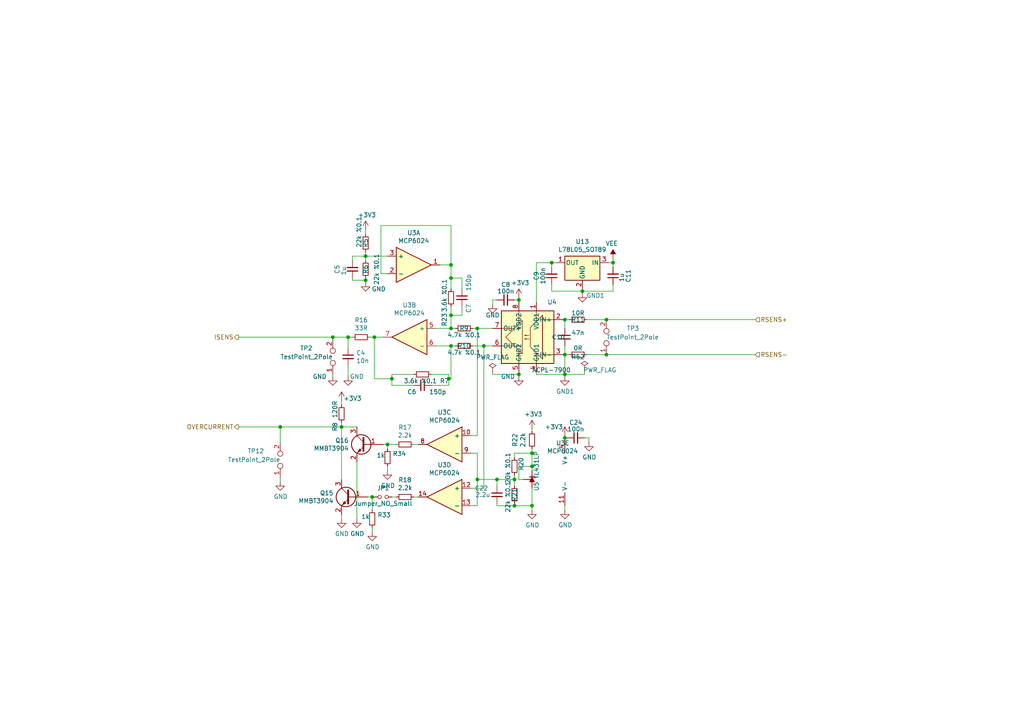
<source format=kicad_sch>
(kicad_sch (version 20200506) (host eeschema "5.99.0-unknown-1f9723c~101~ubuntu18.04.1")
  (page "A4")
  (lib_symbols
    (symbol "Connector:TestPoint_2Pole" (pin_names (offset 0.762) hide)
      (property "Reference" "TP" (at 0 1.524 0))
      (property "Value" "TestPoint_2Pole" (at 0 -1.778 0))
      (symbol "TestPoint_2Pole_0_1"
        (circle (center -1.778 0) (radius 0.762))
        (circle (center 1.778 0) (radius 0.762))
        (pin passive line (at -5.08 0 0) (length 2.54) (name "1") (number "1"))
        (pin passive line (at 5.08 0 180) (length 2.54) (name "2") (number "2"))
      )
    )
    (symbol "Device:C_Small" (pin_numbers hide) (pin_names (offset 0.254) hide)
      (property "Reference" "C" (at 0.254 1.778 0))
      (property "Value" "C_Small" (at 0.254 -2.032 0))
      (symbol "C_Small_0_1"
        (polyline (pts (xy -1.524 -0.508) (xy 1.524 -0.508)) (stroke (width 0.3302)))
        (polyline (pts (xy -1.524 0.508) (xy 1.524 0.508)) (stroke (width 0.3048)))
      )
      (symbol "C_Small_1_1"
        (pin passive line (at 0 2.54 270) (length 2.032) (name "~") (number "1"))
        (pin passive line (at 0 -2.54 90) (length 2.032) (name "~") (number "2"))
      )
    )
    (symbol "Device:C_Small_1" (pin_numbers hide) (pin_names (offset 0.254) hide)
      (property "Reference" "C" (at 0.254 1.778 0))
      (property "Value" "C_Small" (at 0.254 -2.032 0))
      (symbol "C_Small_1_0_1"
        (polyline (pts (xy -1.524 -0.508) (xy 1.524 -0.508)) (stroke (width 0.3302)))
        (polyline (pts (xy -1.524 0.508) (xy 1.524 0.508)) (stroke (width 0.3048)))
      )
      (symbol "C_Small_1_1_1"
        (pin passive line (at 0 2.54 270) (length 2.032) (name "~") (number "1"))
        (pin passive line (at 0 -2.54 90) (length 2.032) (name "~") (number "2"))
      )
    )
    (symbol "Device:C_Small_2" (pin_numbers hide) (pin_names (offset 0.254) hide)
      (property "Reference" "C" (at 0.254 1.778 0))
      (property "Value" "C_Small" (at 0.254 -2.032 0))
      (symbol "C_Small_2_0_1"
        (polyline (pts (xy -1.524 -0.508) (xy 1.524 -0.508)) (stroke (width 0.3302)))
        (polyline (pts (xy -1.524 0.508) (xy 1.524 0.508)) (stroke (width 0.3048)))
      )
      (symbol "C_Small_2_1_1"
        (pin passive line (at 0 2.54 270) (length 2.032) (name "~") (number "1"))
        (pin passive line (at 0 -2.54 90) (length 2.032) (name "~") (number "2"))
      )
    )
    (symbol "Device:C_Small_3" (pin_numbers hide) (pin_names (offset 0.254) hide)
      (property "Reference" "C" (at 0.254 1.778 0))
      (property "Value" "C_Small" (at 0.254 -2.032 0))
      (symbol "C_Small_3_0_1"
        (polyline (pts (xy -1.524 -0.508) (xy 1.524 -0.508)) (stroke (width 0.3302)))
        (polyline (pts (xy -1.524 0.508) (xy 1.524 0.508)) (stroke (width 0.3048)))
      )
      (symbol "C_Small_3_1_1"
        (pin passive line (at 0 2.54 270) (length 2.032) (name "~") (number "1"))
        (pin passive line (at 0 -2.54 90) (length 2.032) (name "~") (number "2"))
      )
    )
    (symbol "Device:C_Small_4" (pin_numbers hide) (pin_names (offset 0.254) hide)
      (property "Reference" "C" (at 0.254 1.778 0))
      (property "Value" "C_Small" (at 0.254 -2.032 0))
      (symbol "C_Small_4_0_1"
        (polyline (pts (xy -1.524 -0.508) (xy 1.524 -0.508)) (stroke (width 0.3302)))
        (polyline (pts (xy -1.524 0.508) (xy 1.524 0.508)) (stroke (width 0.3048)))
      )
      (symbol "C_Small_4_1_1"
        (pin passive line (at 0 2.54 270) (length 2.032) (name "~") (number "1"))
        (pin passive line (at 0 -2.54 90) (length 2.032) (name "~") (number "2"))
      )
    )
    (symbol "Device:C_Small_5" (pin_numbers hide) (pin_names (offset 0.254) hide)
      (property "Reference" "C" (at 0.254 1.778 0))
      (property "Value" "C_Small" (at 0.254 -2.032 0))
      (symbol "C_Small_5_0_1"
        (polyline (pts (xy -1.524 -0.508) (xy 1.524 -0.508)) (stroke (width 0.3302)))
        (polyline (pts (xy -1.524 0.508) (xy 1.524 0.508)) (stroke (width 0.3048)))
      )
      (symbol "C_Small_5_1_1"
        (pin passive line (at 0 2.54 270) (length 2.032) (name "~") (number "1"))
        (pin passive line (at 0 -2.54 90) (length 2.032) (name "~") (number "2"))
      )
    )
    (symbol "Device:C_Small_6" (pin_numbers hide) (pin_names (offset 0.254) hide)
      (property "Reference" "C" (at 0.254 1.778 0))
      (property "Value" "C_Small" (at 0.254 -2.032 0))
      (symbol "C_Small_6_0_1"
        (polyline (pts (xy -1.524 -0.508) (xy 1.524 -0.508)) (stroke (width 0.3302)))
        (polyline (pts (xy -1.524 0.508) (xy 1.524 0.508)) (stroke (width 0.3048)))
      )
      (symbol "C_Small_6_1_1"
        (pin passive line (at 0 2.54 270) (length 2.032) (name "~") (number "1"))
        (pin passive line (at 0 -2.54 90) (length 2.032) (name "~") (number "2"))
      )
    )
    (symbol "Device:C_Small_7" (pin_numbers hide) (pin_names (offset 0.254) hide)
      (property "Reference" "C" (at 0.254 1.778 0))
      (property "Value" "C_Small" (at 0.254 -2.032 0))
      (symbol "C_Small_7_0_1"
        (polyline (pts (xy -1.524 -0.508) (xy 1.524 -0.508)) (stroke (width 0.3302)))
        (polyline (pts (xy -1.524 0.508) (xy 1.524 0.508)) (stroke (width 0.3048)))
      )
      (symbol "C_Small_7_1_1"
        (pin passive line (at 0 2.54 270) (length 2.032) (name "~") (number "1"))
        (pin passive line (at 0 -2.54 90) (length 2.032) (name "~") (number "2"))
      )
    )
    (symbol "Device:Jumper_NO_Small" (pin_numbers hide) (pin_names (offset 0.762) hide)
      (property "Reference" "JP" (at 0 2.032 0))
      (property "Value" "Jumper_NO_Small" (at 0.254 -1.524 0))
      (symbol "Jumper_NO_Small_0_1"
        (circle (center -1.016 0) (radius 0.508))
        (circle (center 1.016 0) (radius 0.508))
        (pin passive line (at -2.54 0 0) (length 1.016) (name "1") (number "1"))
        (pin passive line (at 2.54 0 180) (length 1.016) (name "2") (number "2"))
      )
    )
    (symbol "Device:R_Small" (pin_numbers hide) (pin_names (offset 0.254) hide)
      (property "Reference" "R" (at 0.762 0.508 0))
      (property "Value" "R_Small" (at 0.762 -1.016 0))
      (symbol "R_Small_0_1"
        (rectangle (start -0.762 1.778) (end 0.762 -1.778) (stroke (width 0.2032)))
      )
      (symbol "R_Small_1_1"
        (pin passive line (at 0 2.54 270) (length 0.762) (name "~") (number "1"))
        (pin passive line (at 0 -2.54 90) (length 0.762) (name "~") (number "2"))
      )
    )
    (symbol "Device:R_Small_1" (pin_numbers hide) (pin_names (offset 0.254) hide)
      (property "Reference" "R" (at 0.762 0.508 0))
      (property "Value" "R_Small" (at 0.762 -1.016 0))
      (symbol "R_Small_1_0_1"
        (rectangle (start -0.762 1.778) (end 0.762 -1.778) (stroke (width 0.2032)))
      )
      (symbol "R_Small_1_1_1"
        (pin passive line (at 0 2.54 270) (length 0.762) (name "~") (number "1"))
        (pin passive line (at 0 -2.54 90) (length 0.762) (name "~") (number "2"))
      )
    )
    (symbol "Device:R_Small_11" (pin_numbers hide) (pin_names (offset 0.254) hide)
      (property "Reference" "R" (at 0.762 0.508 0))
      (property "Value" "R_Small" (at 0.762 -1.016 0))
      (symbol "R_Small_11_0_1"
        (rectangle (start -0.762 1.778) (end 0.762 -1.778) (stroke (width 0.2032)))
      )
      (symbol "R_Small_11_1_1"
        (pin passive line (at 0 2.54 270) (length 0.762) (name "~") (number "1"))
        (pin passive line (at 0 -2.54 90) (length 0.762) (name "~") (number "2"))
      )
    )
    (symbol "Device:R_Small_12" (pin_numbers hide) (pin_names (offset 0.254) hide)
      (property "Reference" "R" (at 0.762 0.508 0))
      (property "Value" "R_Small" (at 0.762 -1.016 0))
      (symbol "R_Small_12_0_1"
        (rectangle (start -0.762 1.778) (end 0.762 -1.778) (stroke (width 0.2032)))
      )
      (symbol "R_Small_12_1_1"
        (pin passive line (at 0 2.54 270) (length 0.762) (name "~") (number "1"))
        (pin passive line (at 0 -2.54 90) (length 0.762) (name "~") (number "2"))
      )
    )
    (symbol "Device:R_Small_13" (pin_numbers hide) (pin_names (offset 0.254) hide)
      (property "Reference" "R" (at 0.762 0.508 0))
      (property "Value" "R_Small" (at 0.762 -1.016 0))
      (symbol "R_Small_13_0_1"
        (rectangle (start -0.762 1.778) (end 0.762 -1.778) (stroke (width 0.2032)))
      )
      (symbol "R_Small_13_1_1"
        (pin passive line (at 0 2.54 270) (length 0.762) (name "~") (number "1"))
        (pin passive line (at 0 -2.54 90) (length 0.762) (name "~") (number "2"))
      )
    )
    (symbol "Device:R_Small_14" (pin_numbers hide) (pin_names (offset 0.254) hide)
      (property "Reference" "R" (at 0.762 0.508 0))
      (property "Value" "R_Small" (at 0.762 -1.016 0))
      (symbol "R_Small_14_0_1"
        (rectangle (start -0.762 1.778) (end 0.762 -1.778) (stroke (width 0.2032)))
      )
      (symbol "R_Small_14_1_1"
        (pin passive line (at 0 2.54 270) (length 0.762) (name "~") (number "1"))
        (pin passive line (at 0 -2.54 90) (length 0.762) (name "~") (number "2"))
      )
    )
    (symbol "Device:R_Small_15" (pin_numbers hide) (pin_names (offset 0.254) hide)
      (property "Reference" "R" (at 0.762 0.508 0))
      (property "Value" "R_Small" (at 0.762 -1.016 0))
      (symbol "R_Small_15_0_1"
        (rectangle (start -0.762 1.778) (end 0.762 -1.778) (stroke (width 0.2032)))
      )
      (symbol "R_Small_15_1_1"
        (pin passive line (at 0 2.54 270) (length 0.762) (name "~") (number "1"))
        (pin passive line (at 0 -2.54 90) (length 0.762) (name "~") (number "2"))
      )
    )
    (symbol "Device:R_Small_16" (pin_numbers hide) (pin_names (offset 0.254) hide)
      (property "Reference" "R" (at 0.762 0.508 0))
      (property "Value" "R_Small" (at 0.762 -1.016 0))
      (symbol "R_Small_16_0_1"
        (rectangle (start -0.762 1.778) (end 0.762 -1.778) (stroke (width 0.2032)))
      )
      (symbol "R_Small_16_1_1"
        (pin passive line (at 0 2.54 270) (length 0.762) (name "~") (number "1"))
        (pin passive line (at 0 -2.54 90) (length 0.762) (name "~") (number "2"))
      )
    )
    (symbol "Device:R_Small_2" (pin_numbers hide) (pin_names (offset 0.254) hide)
      (property "Reference" "R" (at 0.762 0.508 0))
      (property "Value" "R_Small" (at 0.762 -1.016 0))
      (symbol "R_Small_2_0_1"
        (rectangle (start -0.762 1.778) (end 0.762 -1.778) (stroke (width 0.2032)))
      )
      (symbol "R_Small_2_1_1"
        (pin passive line (at 0 2.54 270) (length 0.762) (name "~") (number "1"))
        (pin passive line (at 0 -2.54 90) (length 0.762) (name "~") (number "2"))
      )
    )
    (symbol "Device:R_Small_3" (pin_numbers hide) (pin_names (offset 0.254) hide)
      (property "Reference" "R" (at 0.762 0.508 0))
      (property "Value" "R_Small" (at 0.762 -1.016 0))
      (symbol "R_Small_3_0_1"
        (rectangle (start -0.762 1.778) (end 0.762 -1.778) (stroke (width 0.2032)))
      )
      (symbol "R_Small_3_1_1"
        (pin passive line (at 0 2.54 270) (length 0.762) (name "~") (number "1"))
        (pin passive line (at 0 -2.54 90) (length 0.762) (name "~") (number "2"))
      )
    )
    (symbol "Device:R_Small_4" (pin_numbers hide) (pin_names (offset 0.254) hide)
      (property "Reference" "R" (at 0.762 0.508 0))
      (property "Value" "R_Small" (at 0.762 -1.016 0))
      (symbol "R_Small_4_0_1"
        (rectangle (start -0.762 1.778) (end 0.762 -1.778) (stroke (width 0.2032)))
      )
      (symbol "R_Small_4_1_1"
        (pin passive line (at 0 2.54 270) (length 0.762) (name "~") (number "1"))
        (pin passive line (at 0 -2.54 90) (length 0.762) (name "~") (number "2"))
      )
    )
    (symbol "Device:R_Small_5" (pin_numbers hide) (pin_names (offset 0.254) hide)
      (property "Reference" "R" (at 0.762 0.508 0))
      (property "Value" "R_Small" (at 0.762 -1.016 0))
      (symbol "R_Small_5_0_1"
        (rectangle (start -0.762 1.778) (end 0.762 -1.778) (stroke (width 0.2032)))
      )
      (symbol "R_Small_5_1_1"
        (pin passive line (at 0 2.54 270) (length 0.762) (name "~") (number "1"))
        (pin passive line (at 0 -2.54 90) (length 0.762) (name "~") (number "2"))
      )
    )
    (symbol "Device:R_Small_6" (pin_numbers hide) (pin_names (offset 0.254) hide)
      (property "Reference" "R" (at 0.762 0.508 0))
      (property "Value" "R_Small" (at 0.762 -1.016 0))
      (symbol "R_Small_6_0_1"
        (rectangle (start -0.762 1.778) (end 0.762 -1.778) (stroke (width 0.2032)))
      )
      (symbol "R_Small_6_1_1"
        (pin passive line (at 0 2.54 270) (length 0.762) (name "~") (number "1"))
        (pin passive line (at 0 -2.54 90) (length 0.762) (name "~") (number "2"))
      )
    )
    (symbol "Device:R_Small_7" (pin_numbers hide) (pin_names (offset 0.254) hide)
      (property "Reference" "R" (at 0.762 0.508 0))
      (property "Value" "R_Small" (at 0.762 -1.016 0))
      (symbol "R_Small_7_0_1"
        (rectangle (start -0.762 1.778) (end 0.762 -1.778) (stroke (width 0.2032)))
      )
      (symbol "R_Small_7_1_1"
        (pin passive line (at 0 2.54 270) (length 0.762) (name "~") (number "1"))
        (pin passive line (at 0 -2.54 90) (length 0.762) (name "~") (number "2"))
      )
    )
    (symbol "Device:R_Small_8" (pin_numbers hide) (pin_names (offset 0.254) hide)
      (property "Reference" "R" (at 0.762 0.508 0))
      (property "Value" "R_Small" (at 0.762 -1.016 0))
      (symbol "R_Small_8_0_1"
        (rectangle (start -0.762 1.778) (end 0.762 -1.778) (stroke (width 0.2032)))
      )
      (symbol "R_Small_8_1_1"
        (pin passive line (at 0 2.54 270) (length 0.762) (name "~") (number "1"))
        (pin passive line (at 0 -2.54 90) (length 0.762) (name "~") (number "2"))
      )
    )
    (symbol "Device:R_Small_9" (pin_numbers hide) (pin_names (offset 0.254) hide)
      (property "Reference" "R" (at 0.762 0.508 0))
      (property "Value" "R_Small" (at 0.762 -1.016 0))
      (symbol "R_Small_9_0_1"
        (rectangle (start -0.762 1.778) (end 0.762 -1.778) (stroke (width 0.2032)))
      )
      (symbol "R_Small_9_1_1"
        (pin passive line (at 0 2.54 270) (length 0.762) (name "~") (number "1"))
        (pin passive line (at 0 -2.54 90) (length 0.762) (name "~") (number "2"))
      )
    )
    (symbol "Reference_Voltage:TL431LP" (pin_numbers hide) (pin_names (offset 0.508) hide)
      (property "Reference" "U" (at -2.54 2.54 0))
      (property "Value" "TL431LP" (at 0 -2.54 0))
      (symbol "TL431LP_0_1"
        (polyline (pts (xy -1.27 0) (xy 0 0) (xy 1.27 0)))
        (polyline (pts (xy -0.762 0.762) (xy 0.762 0) (xy -0.762 -0.762)) (fill (type outline)))
        (polyline (pts (xy 0.508 -1.016) (xy 0.762 -0.762) (xy 0.762 0.762) (xy 0.762 0.762)) (stroke (width 0.254)))
      )
      (symbol "TL431LP_1_1"
        (pin passive line (at 0 2.54 270) (length 2.54) (name "REF") (number "1"))
        (pin passive line (at -2.54 0 0) (length 2.54) (name "A") (number "2"))
        (pin passive line (at 2.54 0 180) (length 2.54) (name "K") (number "3"))
      )
    )
    (symbol "Regulator_Linear:L78L05_SOT89" (pin_names (offset 0.254))
      (property "Reference" "U" (at -3.81 3.175 0))
      (property "Value" "L78L05_SOT89" (at -0.635 3.175 0))
      (symbol "L78L05_SOT89_0_1"
        (rectangle (start -5.08 1.905) (end 5.08 -5.08) (stroke (width 0.254)) (fill (type background)))
      )
      (symbol "L78L05_SOT89_1_1"
        (pin power_out line (at 7.62 0 180) (length 2.54) (name "OUT") (number "1"))
        (pin power_in line (at 0 -7.62 90) (length 2.54) (name "GND") (number "2"))
        (pin power_in line (at -7.62 0 0) (length 2.54) (name "IN") (number "3"))
      )
    )
    (symbol "Transistor_BJT:MMBT3904" (pin_names (offset 0) hide)
      (property "Reference" "Q" (at 5.08 1.905 0))
      (property "Value" "MMBT3904" (at 5.08 0 0))
      (symbol "MMBT3904_0_1"
        (circle (center 1.27 0) (radius 2.8194) (stroke (width 0.254)))
        (polyline (pts (xy 0.635 0.635) (xy 2.54 2.54)))
        (polyline (pts (xy 0.635 -0.635) (xy 2.54 -2.54) (xy 2.54 -2.54)))
        (polyline (pts (xy 0.635 1.905) (xy 0.635 -1.905) (xy 0.635 -1.905)) (stroke (width 0.508)))
        (polyline (pts (xy 1.27 -1.778) (xy 1.778 -1.27) (xy 2.286 -2.286) (xy 1.27 -1.778) (xy 1.27 -1.778)) (fill (type outline)))
      )
      (symbol "MMBT3904_1_1"
        (pin input line (at -5.08 0 0) (length 5.715) (name "B") (number "1"))
        (pin passive line (at 2.54 -5.08 90) (length 2.54) (name "E") (number "2"))
        (pin passive line (at 2.54 5.08 270) (length 2.54) (name "C") (number "3"))
      )
    )
    (symbol "oe_opamp:ACPL-7900"
      (property "Reference" "U" (at 10.795 8.255 0))
      (property "Value" "ACPL-7900" (at 11.43 10.795 0))
      (symbol "ACPL-7900_0_1"
        (rectangle (start -7.62 6.35) (end 7.62 -8.89) (stroke (width 0.254)) (fill (type background)))
        (polyline (pts (xy -7.62 -6.35) (xy -4.318 -6.35)))
        (polyline (pts (xy -7.62 3.81) (xy -4.318 3.81)))
        (polyline (pts (xy -4.318 5.08) (xy -4.318 -7.62)))
        (polyline (pts (xy -4.064 -6.35) (xy -3.556 -6.35)))
        (polyline (pts (xy -4.064 3.81) (xy -3.556 3.81)))
        (polyline (pts (xy -3.81 4.064) (xy -3.81 3.556)))
        (polyline (pts (xy -2.54 -8.89) (xy -2.54 -5.842)))
        (polyline (pts (xy -2.54 6.35) (xy -2.54 3.302)))
        (polyline (pts (xy 2.54 -8.89) (xy 2.54 -5.08)))
        (polyline (pts (xy 2.54 6.35) (xy 2.54 2.54)))
        (polyline (pts (xy 2.794 1.524) (xy 2.794 1.016)))
        (polyline (pts (xy 3.048 -3.81) (xy 2.54 -3.81)))
        (polyline (pts (xy 3.048 1.27) (xy 2.54 1.27)))
        (polyline (pts (xy 7.62 -3.81) (xy 3.81 -3.81)))
        (polyline (pts (xy 7.62 1.27) (xy 3.81 1.27)))
        (polyline (pts (xy 6.35 -1.27) (xy 1.524 -6.096) (xy 1.524 3.556) (xy 6.35 -1.27)))
        (polyline (pts (xy -4.318 -7.62) (xy -0.762 -4.064) (xy -0.762 1.524) (xy -4.318 5.08) (xy -4.318 -7.62)))
        (polyline (pts (xy -0.381 -1.778) (xy 0.889 -1.778) (xy 0.508 -1.905) (xy 0.508 -1.651) (xy 0.889 -1.778)))
        (polyline (pts (xy -0.381 -0.762) (xy 0.889 -0.762) (xy 0.508 -0.889) (xy 0.508 -0.635) (xy 0.889 -0.762)))
      )
      (symbol "ACPL-7900_1_1"
        (pin power_in line (at -2.54 8.89 270) (length 2.54) (name "VDD1") (number "1"))
        (pin input line (at -10.16 3.81 0) (length 2.54) (name "IN+") (number "2"))
        (pin input line (at -10.16 -6.35 0) (length 2.54) (name "IN-") (number "3"))
        (pin power_in line (at -2.54 -11.43 90) (length 2.54) (name "GND1") (number "4"))
        (pin power_in line (at 2.54 -11.43 90) (length 2.54) (name "GND2") (number "5"))
        (pin output line (at 10.16 -3.81 180) (length 2.54) (name "OUT-") (number "6"))
        (pin output line (at 10.16 1.27 180) (length 2.54) (name "OUT+") (number "7"))
        (pin power_in line (at 2.54 8.89 270) (length 2.54) (name "VDD2") (number "8"))
      )
    )
    (symbol "oe_opamp:MCP6024"
      (property "Reference" "U" (at 5.08 6.985 0))
      (property "Value" "MCP6024" (at 4.445 8.89 0))
      (symbol "MCP6024_1_1"
        (polyline (pts (xy -4.445 5.08) (xy 5.715 0) (xy -4.445 -5.08) (xy -4.445 5.08)) (stroke (width 0.254)) (fill (type background)))
        (pin output line (at 8.255 0 180) (length 2.54) (name "~") (number "1"))
        (pin input line (at -6.985 -2.54 0) (length 2.54) (name "-") (number "2"))
        (pin input line (at -6.985 2.54 0) (length 2.54) (name "+") (number "3"))
      )
      (symbol "MCP6024_2_1"
        (polyline (pts (xy -4.445 5.08) (xy 5.715 0) (xy -4.445 -5.08) (xy -4.445 5.08)) (stroke (width 0.254)) (fill (type background)))
        (pin input line (at -6.985 2.54 0) (length 2.54) (name "+") (number "5"))
        (pin input line (at -6.985 -2.54 0) (length 2.54) (name "-") (number "6"))
        (pin output line (at 8.255 0 180) (length 2.54) (name "~") (number "7"))
      )
      (symbol "MCP6024_3_1"
        (polyline (pts (xy -4.445 5.08) (xy 5.715 0) (xy -4.445 -5.08) (xy -4.445 5.08)) (stroke (width 0.254)) (fill (type background)))
        (pin input line (at -6.985 2.54 0) (length 2.54) (name "+") (number "10"))
        (pin output line (at 8.255 0 180) (length 2.54) (name "~") (number "8"))
        (pin input line (at -6.985 -2.54 0) (length 2.54) (name "-") (number "9"))
      )
      (symbol "MCP6024_4_1"
        (polyline (pts (xy -4.445 5.08) (xy 5.715 0) (xy -4.445 -5.08) (xy -4.445 5.08)) (stroke (width 0.254)) (fill (type background)))
        (pin input line (at -6.985 2.54 0) (length 2.54) (name "+") (number "12"))
        (pin input line (at -6.985 -2.54 0) (length 2.54) (name "-") (number "13"))
        (pin output line (at 8.255 0 180) (length 2.54) (name "~") (number "14"))
      )
      (symbol "MCP6024_5_1"
        (pin power_in line (at 0 -8.89 90) (length 3.81) (name "V-") (number "11"))
        (pin power_in line (at 0 10.16 270) (length 3.81) (name "V+") (number "4"))
      )
    )
    (symbol "power:+3V3" (power) (pin_names (offset 0))
      (property "Value" "+3V3" (at 0 3.556 0))
      (symbol "+3V3_0_1"
        (polyline (pts (xy -0.762 1.27) (xy 0 2.54)))
        (polyline (pts (xy 0 0) (xy 0 2.54)))
        (polyline (pts (xy 0 2.54) (xy 0.762 1.27)))
      )
      (symbol "+3V3_1_1"
        (pin power_in line (at 0 0 90) (length 0) (name "+3V3") (number "1") hide)
      )
    )
    (symbol "power:GND" (power) (pin_names (offset 0))
      (property "Value" "GND" (at 0 -3.81 0))
      (symbol "GND_0_1"
        (polyline (pts (xy 0 0) (xy 0 -1.27) (xy 1.27 -1.27) (xy 0 -2.54) (xy -1.27 -1.27) (xy 0 -1.27)))
      )
      (symbol "GND_1_1"
        (pin power_in line (at 0 0 270) (length 0) (name "GND") (number "1") hide)
      )
    )
    (symbol "power:GND1" (power) (pin_names (offset 0))
      (property "Value" "GND1" (at 0 -3.81 0))
      (symbol "GND1_0_1"
        (polyline (pts (xy 0 0) (xy 0 -1.27) (xy 1.27 -1.27) (xy 0 -2.54) (xy -1.27 -1.27) (xy 0 -1.27)))
      )
      (symbol "GND1_1_1"
        (pin power_in line (at 0 0 270) (length 0) (name "GND1") (number "1") hide)
      )
    )
    (symbol "power:PWR_FLAG" (power) (pin_numbers hide) (pin_names (offset 0) hide)
      (property "Value" "PWR_FLAG" (at 0 3.81 0))
      (symbol "PWR_FLAG_0_1"
        (polyline (pts (xy 0 0) (xy 0 1.27) (xy -1.016 1.905) (xy 0 2.54) (xy 1.016 1.905) (xy 0 1.27)))
      )
      (symbol "PWR_FLAG_0_0"
        (pin power_out line (at 0 0 90) (length 0) (name "pwr") (number "1"))
      )
    )
    (symbol "power:VEE" (power) (pin_names (offset 0))
      (property "Value" "VEE" (at 0 3.81 0))
      (symbol "VEE_0_1"
        (polyline (pts (xy 0 0) (xy 0 2.54)))
        (polyline (pts (xy 0.762 1.27) (xy -0.762 1.27) (xy 0 2.54) (xy 0.762 1.27)) (fill (type outline)))
      )
      (symbol "VEE_1_1"
        (pin power_in line (at 0 0 90) (length 0) (name "VEE") (number "1") hide)
      )
    )
  )
  (junction (at 81.28 123.825))
  (junction (at 108.585 97.79))
  (junction (at 130.175 109.855))
  (junction (at 175.895 92.71))
  (junction (at 112.395 128.905))
  (junction (at 163.83 102.87))
  (junction (at 163.83 127))
  (junction (at 149.225 139.065))
  (junction (at 160.02 76.2))
  (junction (at 99.06 123.825))
  (junction (at 163.83 92.71))
  (junction (at 150.495 86.995))
  (junction (at 154.305 135.255))
  (junction (at 144.145 139.065))
  (junction (at 100.965 97.79))
  (junction (at 130.81 76.835))
  (junction (at 130.81 100.33))
  (junction (at 130.81 80.645))
  (junction (at 113.665 109.855))
  (junction (at 177.8 76.2))
  (junction (at 106.045 74.295))
  (junction (at 106.045 81.28))
  (junction (at 130.81 91.44))
  (junction (at 154.305 131.445))
  (junction (at 130.81 95.25))
  (junction (at 150.495 108.585))
  (junction (at 175.895 102.87))
  (junction (at 140.335 100.33))
  (junction (at 163.83 108.585))
  (junction (at 96.52 97.79))
  (junction (at 138.43 139.065))
  (junction (at 138.43 95.25))
  (junction (at 107.95 144.145))
  (junction (at 168.91 84.455))
  (junction (at 154.305 146.685))
  (junction (at 149.225 146.685))
  (wire (pts (xy 69.215 97.79) (xy 96.52 97.79)))
  (wire (pts (xy 69.215 123.825) (xy 81.28 123.825)))
  (wire (pts (xy 81.28 123.825) (xy 81.28 128.27)))
  (wire (pts (xy 81.28 123.825) (xy 99.06 123.825)))
  (wire (pts (xy 81.28 138.43) (xy 81.28 139.7)))
  (wire (pts (xy 96.52 97.79) (xy 96.52 98.425)))
  (wire (pts (xy 96.52 97.79) (xy 100.965 97.79)))
  (wire (pts (xy 96.52 108.585) (xy 96.52 109.22)))
  (wire (pts (xy 99.06 116.205) (xy 99.06 117.475)))
  (wire (pts (xy 99.06 122.555) (xy 99.06 123.825)))
  (wire (pts (xy 99.06 123.825) (xy 99.06 139.065)))
  (wire (pts (xy 99.06 123.825) (xy 103.505 123.825)))
  (wire (pts (xy 99.06 149.225) (xy 99.06 150.495)))
  (wire (pts (xy 100.965 97.79) (xy 100.965 100.965)))
  (wire (pts (xy 100.965 97.79) (xy 102.235 97.79)))
  (wire (pts (xy 100.965 106.045) (xy 100.965 109.22)))
  (wire (pts (xy 102.235 74.295) (xy 106.045 74.295)))
  (wire (pts (xy 102.235 75.565) (xy 102.235 74.295)))
  (wire (pts (xy 102.235 80.645) (xy 102.235 81.28)))
  (wire (pts (xy 102.235 81.28) (xy 106.045 81.28)))
  (wire (pts (xy 103.505 133.985) (xy 103.505 150.495)))
  (wire (pts (xy 106.045 66.675) (xy 106.045 67.945)))
  (wire (pts (xy 106.045 73.025) (xy 106.045 74.295)))
  (wire (pts (xy 106.045 74.295) (xy 106.045 75.565)))
  (wire (pts (xy 106.045 74.295) (xy 112.395 74.295)))
  (wire (pts (xy 106.045 80.645) (xy 106.045 81.28)))
  (wire (pts (xy 106.045 81.28) (xy 106.045 81.915)))
  (wire (pts (xy 106.68 144.145) (xy 107.95 144.145)))
  (wire (pts (xy 107.315 97.79) (xy 108.585 97.79)))
  (wire (pts (xy 107.95 144.145) (xy 107.95 147.955)))
  (wire (pts (xy 107.95 144.145) (xy 108.585 144.145)))
  (wire (pts (xy 107.95 153.035) (xy 107.95 154.305)))
  (wire (pts (xy 108.585 97.79) (xy 111.125 97.79)))
  (wire (pts (xy 108.585 109.855) (xy 108.585 97.79)))
  (wire (pts (xy 110.49 65.405) (xy 110.49 79.375)))
  (wire (pts (xy 110.49 65.405) (xy 130.81 65.405)))
  (wire (pts (xy 110.49 79.375) (xy 112.395 79.375)))
  (wire (pts (xy 111.125 128.905) (xy 112.395 128.905)))
  (wire (pts (xy 112.395 128.905) (xy 112.395 130.175)))
  (wire (pts (xy 112.395 128.905) (xy 114.935 128.905)))
  (wire (pts (xy 112.395 135.255) (xy 112.395 136.525)))
  (wire (pts (xy 113.665 108.585) (xy 113.665 109.855)))
  (wire (pts (xy 113.665 108.585) (xy 120.015 108.585)))
  (wire (pts (xy 113.665 109.855) (xy 108.585 109.855)))
  (wire (pts (xy 113.665 109.855) (xy 113.665 111.76)))
  (wire (pts (xy 113.665 111.76) (xy 120.015 111.76)))
  (wire (pts (xy 113.665 144.145) (xy 114.935 144.145)))
  (wire (pts (xy 120.015 128.905) (xy 121.285 128.905)))
  (wire (pts (xy 120.015 144.145) (xy 121.285 144.145)))
  (wire (pts (xy 125.095 108.585) (xy 130.175 108.585)))
  (wire (pts (xy 125.095 111.76) (xy 130.175 111.76)))
  (wire (pts (xy 126.365 95.25) (xy 130.81 95.25)))
  (wire (pts (xy 126.365 100.33) (xy 130.81 100.33)))
  (wire (pts (xy 127.635 76.835) (xy 130.81 76.835)))
  (wire (pts (xy 130.175 109.855) (xy 130.175 108.585)))
  (wire (pts (xy 130.175 111.76) (xy 130.175 109.855)))
  (wire (pts (xy 130.81 65.405) (xy 130.81 76.835)))
  (wire (pts (xy 130.81 76.835) (xy 130.81 80.645)))
  (wire (pts (xy 130.81 80.645) (xy 130.81 83.82)))
  (wire (pts (xy 130.81 80.645) (xy 133.985 80.645)))
  (wire (pts (xy 130.81 88.9) (xy 130.81 91.44)))
  (wire (pts (xy 130.81 91.44) (xy 130.81 95.25)))
  (wire (pts (xy 130.81 91.44) (xy 133.985 91.44)))
  (wire (pts (xy 130.81 95.25) (xy 132.08 95.25)))
  (wire (pts (xy 130.81 100.33) (xy 130.81 109.855)))
  (wire (pts (xy 130.81 100.33) (xy 132.08 100.33)))
  (wire (pts (xy 130.81 109.855) (xy 130.175 109.855)))
  (wire (pts (xy 133.985 80.645) (xy 133.985 83.82)))
  (wire (pts (xy 133.985 91.44) (xy 133.985 88.9)))
  (wire (pts (xy 136.525 126.365) (xy 138.43 126.365)))
  (wire (pts (xy 136.525 131.445) (xy 138.43 131.445)))
  (wire (pts (xy 136.525 141.605) (xy 140.335 141.605)))
  (wire (pts (xy 136.525 146.685) (xy 138.43 146.685)))
  (wire (pts (xy 137.16 95.25) (xy 138.43 95.25)))
  (wire (pts (xy 137.16 100.33) (xy 140.335 100.33)))
  (wire (pts (xy 138.43 95.25) (xy 138.43 126.365)))
  (wire (pts (xy 138.43 95.25) (xy 142.875 95.25)))
  (wire (pts (xy 138.43 139.065) (xy 138.43 131.445)))
  (wire (pts (xy 138.43 139.065) (xy 144.145 139.065)))
  (wire (pts (xy 138.43 146.685) (xy 138.43 139.065)))
  (wire (pts (xy 140.335 100.33) (xy 140.335 141.605)))
  (wire (pts (xy 140.335 100.33) (xy 142.875 100.33)))
  (wire (pts (xy 142.875 86.995) (xy 144.145 86.995)))
  (wire (pts (xy 142.875 88.265) (xy 142.875 86.995)))
  (wire (pts (xy 142.875 107.95) (xy 142.875 108.585)))
  (wire (pts (xy 142.875 108.585) (xy 150.495 108.585)))
  (wire (pts (xy 144.145 139.065) (xy 149.225 139.065)))
  (wire (pts (xy 144.145 140.97) (xy 144.145 139.065)))
  (wire (pts (xy 144.145 146.05) (xy 144.145 146.685)))
  (wire (pts (xy 144.145 146.685) (xy 149.225 146.685)))
  (wire (pts (xy 149.225 86.995) (xy 150.495 86.995)))
  (wire (pts (xy 149.225 131.445) (xy 149.225 132.715)))
  (wire (pts (xy 149.225 131.445) (xy 154.305 131.445)))
  (wire (pts (xy 149.225 137.795) (xy 149.225 139.065)))
  (wire (pts (xy 149.225 139.065) (xy 149.225 140.97)))
  (wire (pts (xy 149.225 146.05) (xy 149.225 146.685)))
  (wire (pts (xy 149.225 146.685) (xy 154.305 146.685)))
  (wire (pts (xy 150.495 86.36) (xy 150.495 86.995)))
  (wire (pts (xy 150.495 86.995) (xy 150.495 87.63)))
  (wire (pts (xy 150.495 107.95) (xy 150.495 108.585)))
  (wire (pts (xy 150.495 108.585) (xy 150.495 109.22)))
  (wire (pts (xy 150.495 135.255) (xy 150.495 139.065)))
  (wire (pts (xy 150.495 135.255) (xy 154.305 135.255)))
  (wire (pts (xy 150.495 139.065) (xy 151.765 139.065)))
  (wire (pts (xy 154.305 124.46) (xy 154.305 125.095)))
  (wire (pts (xy 154.305 130.175) (xy 154.305 131.445)))
  (wire (pts (xy 154.305 131.445) (xy 154.305 135.255)))
  (wire (pts (xy 154.305 135.255) (xy 154.305 136.525)))
  (wire (pts (xy 154.305 146.685) (xy 154.305 141.605)))
  (wire (pts (xy 154.305 146.685) (xy 154.305 147.955)))
  (wire (pts (xy 155.575 76.2) (xy 155.575 87.63)))
  (wire (pts (xy 155.575 76.2) (xy 160.02 76.2)))
  (wire (pts (xy 155.575 107.95) (xy 155.575 108.585)))
  (wire (pts (xy 155.575 108.585) (xy 163.83 108.585)))
  (wire (pts (xy 160.02 76.2) (xy 160.02 77.47)))
  (wire (pts (xy 160.02 76.2) (xy 161.29 76.2)))
  (wire (pts (xy 160.02 84.455) (xy 160.02 82.55)))
  (wire (pts (xy 163.195 92.71) (xy 163.83 92.71)))
  (wire (pts (xy 163.195 102.87) (xy 163.83 102.87)))
  (wire (pts (xy 163.83 92.71) (xy 163.83 95.25)))
  (wire (pts (xy 163.83 92.71) (xy 165.1 92.71)))
  (wire (pts (xy 163.83 100.33) (xy 163.83 102.87)))
  (wire (pts (xy 163.83 102.87) (xy 165.1 102.87)))
  (wire (pts (xy 163.83 108.585) (xy 163.83 102.87)))
  (wire (pts (xy 163.83 108.585) (xy 163.83 109.22)))
  (wire (pts (xy 163.83 108.585) (xy 169.545 108.585)))
  (wire (pts (xy 163.83 126.365) (xy 163.83 127)))
  (wire (pts (xy 163.83 127) (xy 163.83 127.635)))
  (wire (pts (xy 163.83 127) (xy 164.465 127)))
  (wire (pts (xy 163.83 146.685) (xy 163.83 147.955)))
  (wire (pts (xy 168.91 83.82) (xy 168.91 84.455)))
  (wire (pts (xy 168.91 84.455) (xy 160.02 84.455)))
  (wire (pts (xy 168.91 84.455) (xy 168.91 85.09)))
  (wire (pts (xy 169.545 108.585) (xy 169.545 107.315)))
  (wire (pts (xy 169.545 127) (xy 170.815 127)))
  (wire (pts (xy 170.18 92.71) (xy 175.895 92.71)))
  (wire (pts (xy 170.18 102.87) (xy 175.895 102.87)))
  (wire (pts (xy 170.815 127) (xy 170.815 128.27)))
  (wire (pts (xy 175.895 92.71) (xy 219.075 92.71)))
  (wire (pts (xy 175.895 102.87) (xy 219.075 102.87)))
  (wire (pts (xy 177.8 74.93) (xy 177.8 76.2)))
  (wire (pts (xy 177.8 76.2) (xy 176.53 76.2)))
  (wire (pts (xy 177.8 77.47) (xy 177.8 76.2)))
  (wire (pts (xy 177.8 82.55) (xy 177.8 84.455)))
  (wire (pts (xy 177.8 84.455) (xy 168.91 84.455)))
  (hierarchical_label "ISENS" (shape output) (at 69.215 97.79 180))
  (hierarchical_label "OVERCURRENT" (shape output) (at 69.215 123.825 180))
  (hierarchical_label "RSENS+" (shape input) (at 219.075 92.71 0))
  (hierarchical_label "RSENS-" (shape input) (at 219.075 102.87 0))
  (symbol (lib_id "power:PWR_FLAG") (at 142.875 107.95 0) (unit 1)
    (property "Reference" "#FLG0104" (effects hide))
    (property "Value" "PWR_FLAG" (at 142.875 103.632 0))
  )
  (symbol (lib_id "power:PWR_FLAG") (at 169.545 107.315 0) (unit 1)
    (property "Reference" "#FLG0105" (effects hide))
    (property "Value" "PWR_FLAG" (at 173.99 107.315 0))
  )
  (symbol (lib_id "Device:Jumper_NO_Small") (at 111.125 144.145 0) (unit 1)
    (property "Reference" "JP1" (at 111.125 141.605 0))
    (property "Value" "Jumper_NO_Small" (at 111.125 146.05 0))
    (property "Footprint" "Connector_PinHeader_2.54mm:PinHeader_1x02_P2.54mm_Vertical" (effects hide))
    (property "Link" "https://ozdisan.com/connectors-and-interconnects/headers/pin-headers/DS1021-1X2SF11-B" (effects hide))
    (property "Price" "0.08882TL" (effects hide))
  )
  (symbol (lib_id "power:+3V3") (at 99.06 116.205 0) (unit 1)
    (property "Reference" "#PWR0104" (effects hide))
    (property "Value" "+3V3" (at 102.235 115.57 0))
  )
  (symbol (lib_id "power:+3V3") (at 106.045 66.675 0) (unit 1)
    (property "Reference" "#PWR0103" (effects hide))
    (property "Value" "+3V3" (at 106.4133 62.3506 0))
  )
  (symbol (lib_id "power:+3V3") (at 150.495 86.36 0) (unit 1)
    (property "Reference" "#PWR08" (effects hide))
    (property "Value" "+3V3" (at 150.876 82.042 0))
  )
  (symbol (lib_id "power:+3V3") (at 154.305 124.46 0) (unit 1)
    (property "Reference" "#PWR0101" (effects hide))
    (property "Value" "+3V3" (at 154.686 120.142 0))
  )
  (symbol (lib_id "power:+3V3") (at 163.83 126.365 0) (unit 1)
    (property "Reference" "#PWR0102" (effects hide))
    (property "Value" "+3V3" (at 160.655 123.825 0))
  )
  (symbol (lib_id "power:VEE") (at 177.8 74.93 0) (mirror y) (unit 1)
    (property "Reference" "#PWR018" (effects hide))
    (property "Value" "VEE" (at 177.419 70.612 0))
  )
  (symbol (lib_id "power:GND") (at 81.28 139.7 0) (unit 1)
    (property "Reference" "#PWR050" (effects hide))
    (property "Value" "GND" (at 81.407 144.018 0))
  )
  (symbol (lib_id "power:GND") (at 96.52 109.22 0) (unit 1)
    (property "Reference" "#PWR010" (effects hide))
    (property "Value" "GND" (at 92.71 109.22 0))
  )
  (symbol (lib_id "power:GND") (at 99.06 150.495 0) (unit 1)
    (property "Reference" "#PWR011" (effects hide))
    (property "Value" "GND" (at 99.1743 154.8194 0))
  )
  (symbol (lib_id "power:GND") (at 100.965 109.22 0) (unit 1)
    (property "Reference" "#PWR012" (effects hide))
    (property "Value" "GND" (at 103.505 109.22 0))
  )
  (symbol (lib_id "power:GND") (at 103.505 150.495 0) (unit 1)
    (property "Reference" "#PWR014" (effects hide))
    (property "Value" "GND" (at 103.632 154.813 0))
  )
  (symbol (lib_id "power:GND") (at 106.045 81.915 0) (unit 1)
    (property "Reference" "#PWR09" (effects hide))
    (property "Value" "GND" (at 109.855 83.82 0))
  )
  (symbol (lib_id "power:GND") (at 107.95 154.305 0) (unit 1)
    (property "Reference" "#PWR051" (effects hide))
    (property "Value" "GND" (at 108.0643 158.6294 0))
  )
  (symbol (lib_id "power:GND") (at 112.395 136.525 0) (unit 1)
    (property "Reference" "#PWR052" (effects hide))
    (property "Value" "GND" (at 112.522 140.843 0))
  )
  (symbol (lib_id "power:GND") (at 142.875 88.265 0) (unit 1)
    (property "Reference" "#PWR013" (effects hide))
    (property "Value" "GND" (at 142.875 91.44 0))
  )
  (symbol (lib_id "power:GND") (at 150.495 109.22 0) (unit 1)
    (property "Reference" "#PWR015" (effects hide))
    (property "Value" "GND" (at 147.32 109.22 0))
  )
  (symbol (lib_id "power:GND") (at 154.305 147.955 0) (unit 1)
    (property "Reference" "#PWR066" (effects hide))
    (property "Value" "GND" (at 154.4193 152.2794 0))
  )
  (symbol (lib_id "power:GND1") (at 163.83 109.22 0) (unit 1)
    (property "Reference" "#PWR016" (effects hide))
    (property "Value" "GND1" (at 163.9443 113.5444 0))
  )
  (symbol (lib_id "power:GND") (at 163.83 147.955 0) (unit 1)
    (property "Reference" "#PWR067" (effects hide))
    (property "Value" "GND" (at 163.957 152.273 0))
  )
  (symbol (lib_id "power:GND1") (at 168.91 85.09 0) (unit 1)
    (property "Reference" "#PWR017" (effects hide))
    (property "Value" "GND1" (at 172.72 85.725 0))
  )
  (symbol (lib_id "power:GND") (at 170.815 128.27 0) (unit 1)
    (property "Reference" "#PWR068" (effects hide))
    (property "Value" "GND" (at 170.942 132.588 0))
  )
  (symbol (lib_name "Device:R_Small_13") (lib_id "Device:R_Small") (at 99.06 120.015 0) (mirror x) (unit 1)
    (property "Reference" "R8" (at 97.155 123.825 90))
    (property "Value" "120R" (at 97.155 118.745 90))
    (property "Footprint" "Resistor_SMD:R_0805_2012Metric_Pad1.15x1.40mm_HandSolder" (effects hide))
    (property "Link" "https://ozdisan.com/passive-components/resistors/smt-smd-and-chip-resistors/0805S8J0121T5E" (effects hide))
    (property "Price" "0.01492TL" (effects hide))
  )
  (symbol (lib_name "Device:R_Small_5") (lib_id "Device:R_Small") (at 104.775 97.79 90) (unit 1)
    (property "Reference" "R16" (at 104.775 92.8432 90))
    (property "Value" "33R" (at 104.775 95.1419 90))
    (property "Footprint" "Resistor_SMD:R_0805_2012Metric_Pad1.15x1.40mm_HandSolder" (effects hide))
    (property "Link" "https://ozdisan.com/passive-components/resistors/smt-smd-and-chip-resistors/0805S8J0330T5E" (effects hide))
    (property "Price" "0.01504TL" (effects hide))
  )
  (symbol (lib_name "Device:R_Small_12") (lib_id "Device:R_Small") (at 106.045 70.485 180) (unit 1)
    (property "Reference" "R5" (at 106.045 70.485 90))
    (property "Value" "22k %0.1" (at 104.14 67.31 90))
    (property "Footprint" "Resistor_SMD:R_0805_2012Metric_Pad1.15x1.40mm_HandSolder" (effects hide))
    (property "Link" "https://ozdisan.com/passive-components/resistors/smt-smd-and-chip-resistors/TC0525B2202T5F" (effects hide))
    (property "Price" "0.61718TL" (effects hide))
  )
  (symbol (lib_id "Device:R_Small") (at 106.045 78.105 180) (unit 1)
    (property "Reference" "R6" (at 106.045 78.105 90))
    (property "Value" "22k %0.1" (at 109.22 78.105 90))
    (property "Footprint" "Resistor_SMD:R_0805_2012Metric_Pad1.15x1.40mm_HandSolder" (effects hide))
    (property "Link" "https://ozdisan.com/passive-components/resistors/smt-smd-and-chip-resistors/TC0525B2202T5F" (effects hide))
    (property "Price" "0.61718TL" (effects hide))
  )
  (symbol (lib_name "Device:R_Small_11") (lib_id "Device:R_Small") (at 107.95 150.495 180) (unit 1)
    (property "Reference" "R33" (at 109.4486 149.352 0) (effects (justify right)))
    (property "Value" "1k" (at 104.775 149.86 0) (effects (justify right)))
    (property "Footprint" "Resistor_SMD:R_0805_2012Metric_Pad1.15x1.40mm_HandSolder" (effects hide))
    (property "Link" "https://ozdisan.com/passive-components/resistors/smt-smd-and-chip-resistors/CQ05S8J0102T5E" (effects hide))
    (property "Price" "0.02034TL" (effects hide))
  )
  (symbol (lib_name "Device:R_Small_14") (lib_id "Device:R_Small") (at 112.395 132.715 180) (unit 1)
    (property "Reference" "R34" (at 113.8936 131.572 0) (effects (justify right)))
    (property "Value" "1k" (at 109.22 132.08 0) (effects (justify right)))
    (property "Footprint" "Resistor_SMD:R_0805_2012Metric_Pad1.15x1.40mm_HandSolder" (effects hide))
    (property "Link" "https://ozdisan.com/passive-components/resistors/smt-smd-and-chip-resistors/CQ05S8J0102T5E" (effects hide))
    (property "Price" "0.02034TL" (effects hide))
  )
  (symbol (lib_name "Device:R_Small_1") (lib_id "Device:R_Small") (at 117.475 128.905 90) (unit 1)
    (property "Reference" "R17" (at 117.475 123.9582 90))
    (property "Value" "2.2k" (at 117.475 126.2569 90))
    (property "Footprint" "Resistor_SMD:R_0805_2012Metric_Pad1.15x1.40mm_HandSolder" (effects hide))
    (property "Link" "https://ozdisan.com/passive-components/resistors/smt-smd-and-chip-resistors/0805S8J0222T5E" (effects hide))
    (property "Price" "0.01504TL" (effects hide))
  )
  (symbol (lib_name "Device:R_Small_2") (lib_id "Device:R_Small") (at 117.475 144.145 90) (unit 1)
    (property "Reference" "R18" (at 117.475 139.192 90))
    (property "Value" "2.2k" (at 117.475 141.5034 90))
    (property "Footprint" "Resistor_SMD:R_0805_2012Metric_Pad1.15x1.40mm_HandSolder" (effects hide))
    (property "Link" "https://ozdisan.com/passive-components/resistors/smt-smd-and-chip-resistors/0805S8J0222T5E" (effects hide))
    (property "Price" "0.01504TL" (effects hide))
  )
  (symbol (lib_name "Device:R_Small_6") (lib_id "Device:R_Small") (at 122.555 108.585 90) (unit 1)
    (property "Reference" "R7" (at 128.905 110.49 90))
    (property "Value" "3.6k %0.1" (at 121.92 110.49 90))
    (property "Footprint" "Resistor_SMD:R_0805_2012Metric_Pad1.15x1.40mm_HandSolder" (effects hide))
    (property "Link" "https://ozdisan.com/passive-components/resistors/smt-smd-and-chip-resistors/TC0525B3601T5F" (effects hide))
    (property "Price" "0.61119TL" (effects hide))
  )
  (symbol (lib_name "Device:R_Small_7") (lib_id "Device:R_Small") (at 130.81 86.36 0) (unit 1)
    (property "Reference" "R23" (at 128.905 92.71 90))
    (property "Value" "3.6k %0.1" (at 128.905 85.725 90))
    (property "Footprint" "Resistor_SMD:R_0805_2012Metric_Pad1.15x1.40mm_HandSolder" (effects hide))
    (property "Link" "https://ozdisan.com/passive-components/resistors/smt-smd-and-chip-resistors/TC0525B3601T5F" (effects hide))
    (property "Price" "0.61119TL" (effects hide))
  )
  (symbol (lib_name "Device:R_Small_4") (lib_id "Device:R_Small") (at 134.62 95.25 270) (unit 1)
    (property "Reference" "R9" (at 134.62 95.25 90))
    (property "Value" "4.7k %0.1" (at 134.62 97.155 90))
    (property "Footprint" "Resistor_SMD:R_0805_2012Metric_Pad1.15x1.40mm_HandSolder" (effects hide))
    (property "Link" "https://ozdisan.com/passive-components/resistors/smt-smd-and-chip-resistors/TC0525B4701T5F" (effects hide))
    (property "Price" "0.61718TL" (effects hide))
  )
  (symbol (lib_id "Device:R_Small") (at 134.62 100.33 270) (unit 1)
    (property "Reference" "R10" (at 134.62 100.33 90))
    (property "Value" "4.7k %0.1" (at 134.62 102.235 90))
    (property "Footprint" "Resistor_SMD:R_0805_2012Metric_Pad1.15x1.40mm_HandSolder" (effects hide))
    (property "Link" "https://ozdisan.com/passive-components/resistors/smt-smd-and-chip-resistors/TC0525B4701T5F" (effects hide))
    (property "Price" "0.61718TL" (effects hide))
  )
  (symbol (lib_name "Device:R_Small_8") (lib_id "Device:R_Small") (at 149.225 135.255 0) (unit 1)
    (property "Reference" "R20" (at 151.13 136.525 90) (effects (justify left)))
    (property "Value" " 20k %0.1" (at 147.32 140.335 90) (effects (justify left)))
    (property "Footprint" "Resistor_SMD:R_0805_2012Metric_Pad1.15x1.40mm_HandSolder" (effects hide))
    (property "Link" "https://ozdisan.com/passive-components/resistors/smt-smd-and-chip-resistors/TC0525B2002T5F" (effects hide))
    (property "Price" "0.61119TL" (effects hide))
  )
  (symbol (lib_name "Device:R_Small_9") (lib_id "Device:R_Small") (at 149.225 143.51 0) (mirror x) (unit 1)
    (property "Reference" "R21" (at 149.225 143.51 90))
    (property "Value" "22k %0.1" (at 147.32 144.145 90))
    (property "Footprint" "Resistor_SMD:R_0805_2012Metric_Pad1.15x1.40mm_HandSolder" (effects hide))
    (property "Link" "https://ozdisan.com/passive-components/resistors/smt-smd-and-chip-resistors/TC0525B2202T5F" (effects hide))
    (property "Price" "0.61718TL" (effects hide))
  )
  (symbol (lib_name "Device:R_Small_16") (lib_id "Device:R_Small") (at 154.305 127.635 180) (unit 1)
    (property "Reference" "R22" (at 149.352 127.635 90))
    (property "Value" "2.2k" (at 151.6634 127.635 90))
    (property "Footprint" "Resistor_SMD:R_0805_2012Metric_Pad1.15x1.40mm_HandSolder" (effects hide))
    (property "Link" "https://ozdisan.com/passive-components/resistors/smt-smd-and-chip-resistors/0805S8J0222T5E" (effects hide))
    (property "Price" "0.01504TL" (effects hide))
  )
  (symbol (lib_name "Device:R_Small_3") (lib_id "Device:R_Small") (at 167.64 92.71 90) (unit 1)
    (property "Reference" "R11" (at 167.64 92.71 90))
    (property "Value" "10R" (at 167.64 90.805 90))
    (property "Footprint" "Resistor_SMD:R_0805_2012Metric_Pad1.15x1.40mm_HandSolder" (effects hide))
    (property "Link" "https://ozdisan.com/passive-components/resistors/smt-smd-and-chip-resistors/0805S8J0100T5E" (effects hide))
    (property "Price" "0.01511TL" (effects hide))
  )
  (symbol (lib_name "Device:R_Small_15") (lib_id "Device:R_Small") (at 167.64 102.87 90) (unit 1)
    (property "Reference" "R52" (at 167.64 103.505 90))
    (property "Value" "0R" (at 167.64 100.965 90))
    (property "Footprint" "Resistor_SMD:R_0805_2012Metric_Pad1.15x1.40mm_HandSolder" (effects hide))
    (property "Link" "https://ozdisan.com/passive-components/resistors/smt-smd-and-chip-resistors/0805S8J0000T5E" (effects hide))
    (property "Price" "0.01492TL" (effects hide))
  )
  (symbol (lib_name "Device:C_Small_1") (lib_id "Device:C_Small") (at 100.965 103.505 0) (unit 1)
    (property "Reference" "C4" (at 103.2892 102.3556 0) (effects (justify left)))
    (property "Value" "10n" (at 103.2892 104.6543 0) (effects (justify left)))
    (property "Footprint" "Resistor_SMD:R_0805_2012Metric_Pad1.15x1.40mm_HandSolder" (effects hide))
    (property "Link" "https://ozdisan.com/passive-components/capacitors/smt-smd-and-mlcc-capacitors/CL21B103KCANNNC" (effects hide))
    (property "Price" "0.05749TL" (effects hide))
  )
  (symbol (lib_id "Device:C_Small") (at 102.235 78.105 180) (unit 1)
    (property "Reference" "C5" (at 97.79 78.105 90))
    (property "Value" "1u " (at 99.695 78.105 90))
    (property "Footprint" "Capacitor_SMD:C_0805_2012Metric_Pad1.15x1.40mm_HandSolder" (effects hide))
    (property "Link" "https://ozdisan.com/passive-components/capacitors/smt-smd-and-mlcc-capacitors/CL10A105KB8NNNC" (effects hide))
    (property "Price" "0.16514TL" (effects hide))
  )
  (symbol (lib_name "Device:C_Small_4") (lib_id "Device:C_Small") (at 122.555 111.76 270) (unit 1)
    (property "Reference" "C6" (at 118.11 113.665 90) (effects (justify left)))
    (property "Value" "150p" (at 124.46 113.665 90) (effects (justify left)))
    (property "Footprint" "Capacitor_SMD:C_0805_2012Metric_Pad1.15x1.40mm_HandSolder" (effects hide))
    (property "Link" "https://ozdisan.com/passive-components/capacitors/smt-smd-and-mlcc-capacitors/CL21C181JBANNNC" (effects hide))
    (property "Price" "0.09416TL" (effects hide))
  )
  (symbol (lib_name "Device:C_Small_3") (lib_id "Device:C_Small") (at 133.985 86.36 0) (unit 1)
    (property "Reference" "C7" (at 135.89 90.805 90) (effects (justify left)))
    (property "Value" "150p" (at 135.89 84.455 90) (effects (justify left)))
    (property "Footprint" "Capacitor_SMD:C_0805_2012Metric_Pad1.15x1.40mm_HandSolder" (effects hide))
    (property "Link" "https://ozdisan.com/passive-components/capacitors/smt-smd-and-mlcc-capacitors/CL21C181JBANNNC" (effects hide))
    (property "Price" "0.09416TL" (effects hide))
  )
  (symbol (lib_name "Device:C_Small_7") (lib_id "Device:C_Small") (at 144.145 143.51 0) (mirror y) (unit 1)
    (property "Reference" "C22" (at 141.605 141.605 0) (effects (justify left)))
    (property "Value" "2.2u" (at 142.24 143.51 0) (effects (justify left)))
    (property "Footprint" "Capacitor_SMD:C_0805_2012Metric_Pad1.15x1.40mm_HandSolder" (effects hide))
    (property "Link" "https://ozdisan.com/passive-components/capacitors/smt-smd-and-mlcc-capacitors/CL21A225KPFNNNE" (effects hide))
    (property "Price" "0.1543TL" (effects hide))
  )
  (symbol (lib_name "Device:C_Small_5") (lib_id "Device:C_Small") (at 146.685 86.995 90) (unit 1)
    (property "Reference" "C8" (at 146.685 82.55 90))
    (property "Value" "100n" (at 146.685 84.455 90))
    (property "Footprint" "Capacitor_SMD:C_0805_2012Metric_Pad1.15x1.40mm_HandSolder" (effects hide))
    (property "Link" "https://ozdisan.com/passive-components/capacitors/smt-smd-and-mlcc-capacitors/CL21B104KBFWPNE" (effects hide))
    (property "Price" "0.10509TL" (effects hide))
  )
  (symbol (lib_name "Device:C_Small_6") (lib_id "Device:C_Small") (at 160.02 80.01 180) (unit 1)
    (property "Reference" "C9" (at 155.575 80.01 90))
    (property "Value" "100n" (at 157.48 80.01 90))
    (property "Footprint" "Capacitor_SMD:C_0805_2012Metric_Pad1.15x1.40mm_HandSolder" (effects hide))
    (property "Link" "https://ozdisan.com/passive-components/capacitors/smt-smd-and-mlcc-capacitors/CL21B104KBFWPNE" (effects hide))
    (property "Price" "0.10509TL" (effects hide))
  )
  (symbol (lib_name "Device:C_Small_2") (lib_id "Device:C_Small") (at 163.83 97.79 0) (unit 1)
    (property "Reference" "C10" (at 160.02 97.79 0) (effects (justify left)))
    (property "Value" "47n" (at 165.735 96.52 0) (effects (justify left)))
    (property "Footprint" "Capacitor_SMD:C_0805_2012Metric_Pad1.15x1.40mm_HandSolder" (effects hide))
    (property "Link" "https://ozdisan.com/passive-components/capacitors/smt-smd-and-mlcc-capacitors/CL21B473KBANNNC" (effects hide))
    (property "Price" "0.08757TL" (effects hide))
  )
  (symbol (lib_id "Device:C_Small") (at 167.005 127 90) (unit 1)
    (property "Reference" "C24" (at 167.005 122.555 90))
    (property "Value" "100n" (at 167.005 124.46 90))
    (property "Footprint" "Capacitor_SMD:C_0805_2012Metric_Pad1.15x1.40mm_HandSolder" (effects hide))
    (property "Link" "https://ozdisan.com/passive-components/capacitors/smt-smd-and-mlcc-capacitors/CL21B104KBFWPNE" (effects hide))
    (property "Price" "0.10509TL" (effects hide))
  )
  (symbol (lib_id "Device:C_Small") (at 177.8 80.01 0) (mirror x) (unit 1)
    (property "Reference" "C11" (at 182.245 80.01 90))
    (property "Value" "1u " (at 180.34 80.01 90))
    (property "Footprint" "Capacitor_SMD:C_0805_2012Metric_Pad1.15x1.40mm_HandSolder" (effects hide))
    (property "Link" "https://ozdisan.com/passive-components/capacitors/smt-smd-and-mlcc-capacitors/CL10A105KB8NNNC" (effects hide))
    (property "Price" "0.16514TL" (effects hide))
  )
  (symbol (lib_id "Reference_Voltage:TL431LP") (at 154.305 139.065 90) (unit 1)
    (property "Reference" "U5" (at 155.575 139.7 0) (effects (justify right)))
    (property "Value" "TL431LP" (at 155.575 130.81 0) (effects (justify right)))
    (property "Footprint" "Package_TO_SOT_SMD:SOT-23" (effects hide))
    (property "Datasheet" "http://www.ti.com/lit/ds/symlink/tl431.pdf" (effects hide))
    (property "Link" "https://ozdisan.com/integrated-circuits-ics/power-management-ics/voltage-reference-ics/TL431NSG-AE2-R" (effects hide))
    (property "Price" "0.46403TL" (effects hide))
  )
  (symbol (lib_id "Connector:TestPoint_2Pole") (at 81.28 133.35 90) (unit 1)
    (property "Reference" "TP12" (at 71.755 130.81 90) (effects (justify right)))
    (property "Value" "TestPoint_2Pole" (at 66.04 133.35 90) (effects (justify right)))
    (property "Footprint" "Connector_PinHeader_2.54mm:PinHeader_1x02_P2.54mm_Vertical" (effects hide))
    (property "Link" "https://ozdisan.com/connectors-and-interconnects/headers/pin-headers/DS1021-1X2SF11-B" (effects hide))
    (property "Price" "0.08882TL" (effects hide))
  )
  (symbol (lib_id "Connector:TestPoint_2Pole") (at 96.52 103.505 90) (unit 1)
    (property "Reference" "TP2" (at 86.995 100.965 90) (effects (justify right)))
    (property "Value" "TestPoint_2Pole" (at 81.28 103.505 90) (effects (justify right)))
    (property "Footprint" "Connector_PinHeader_2.54mm:PinHeader_1x02_P2.54mm_Vertical" (effects hide))
    (property "Link" "https://ozdisan.com/connectors-and-interconnects/headers/pin-headers/DS1021-1X2SF11-B" (effects hide))
    (property "Price" "0.08882TL" (effects hide))
  )
  (symbol (lib_id "Connector:TestPoint_2Pole") (at 175.895 97.79 270) (mirror x) (unit 1)
    (property "Reference" "TP3" (at 185.42 95.25 90) (effects (justify right)))
    (property "Value" "TestPoint_2Pole" (at 191.135 97.79 90) (effects (justify right)))
    (property "Footprint" "Connector_PinHeader_2.54mm:PinHeader_1x02_P2.54mm_Vertical" (effects hide))
    (property "Link" "https://ozdisan.com/connectors-and-interconnects/headers/pin-headers/DS1021-1X2SF11-B" (effects hide))
    (property "Price" "0.08882TL" (effects hide))
  )
  (symbol (lib_id "oe_opamp:MCP6024") (at 163.83 137.795 0) (mirror y) (unit 5)
    (property "Reference" "U3" (at 163.195 128.4986 0))
    (property "Value" "MCP6024" (at 163.195 130.81 0))
    (property "Footprint" "Package_SO:SOIC-14_3.9x8.7mm_P1.27mm" (effects hide))
    (property "Link" "https://ozdisan.com/integrated-circuits-ics/linear-ics/amplifiers/MCP6024-ISL" (effects hide))
    (property "Price" "11.41088TL" (effects hide))
  )
  (symbol (lib_id "Transistor_BJT:MMBT3904") (at 101.6 144.145 0) (mirror y) (unit 1)
    (property "Reference" "Q15" (at 96.7486 143.002 0) (effects (justify left)))
    (property "Value" "MMBT3904" (at 96.7486 145.288 0) (effects (justify left)))
    (property "Footprint" "Package_TO_SOT_SMD:SOT-23" (effects hide))
    (property "Datasheet" "https://www.fairchildsemi.com/datasheets/2N/2N3904.pdf" (effects hide))
    (property "Link" "https://ozdisan.com/Product/Detail/451907/MMBT3904LT1G" (effects hide))
    (property "Price" "0.13033TL" (effects hide))
  )
  (symbol (lib_id "Transistor_BJT:MMBT3904") (at 106.045 128.905 0) (mirror y) (unit 1)
    (property "Reference" "Q16" (at 101.1936 127.7556 0) (effects (justify left)))
    (property "Value" "MMBT3904" (at 101.1936 130.0543 0) (effects (justify left)))
    (property "Footprint" "Package_TO_SOT_SMD:SOT-23" (effects hide))
    (property "Datasheet" "https://www.fairchildsemi.com/datasheets/2N/2N3904.pdf" (effects hide))
    (property "Link" "https://ozdisan.com/Product/Detail/451907/MMBT3904LT1G" (effects hide))
    (property "Price" "0.13033TL" (effects hide))
  )
  (symbol (lib_id "Regulator_Linear:L78L05_SOT89") (at 168.91 76.2 0) (mirror y) (unit 1)
    (property "Reference" "U13" (at 168.91 70.0848 0))
    (property "Value" "L78L05_SOT89" (at 168.91 72.3835 0))
    (property "Footprint" "Package_TO_SOT_SMD:SOT-89-3" (effects hide))
    (property "Datasheet" "http://www.st.com/content/ccc/resource/technical/document/datasheet/15/55/e5/aa/23/5b/43/fd/CD00000446.pdf/files/CD00000446.pdf/jcr:content/translations/en.CD00000446.pdf" (effects hide))
    (property "Link" "https://ozdisan.com/integrated-circuits-ics/power-management-ics/linear-voltage-regulators/L78L05ABUTR-HT" (effects hide))
    (property "Price" "0.54870TL" (effects hide))
  )
  (symbol (lib_id "oe_opamp:MCP6024") (at 119.38 76.835 0) (unit 1)
    (property "Reference" "U3" (at 120.015 67.5448 0))
    (property "Value" "MCP6024" (at 120.015 69.8435 0))
    (property "Footprint" "Package_SO:SOIC-14_3.9x8.7mm_P1.27mm" (effects hide))
    (property "Link" "https://ozdisan.com/integrated-circuits-ics/linear-ics/amplifiers/MCP6024-ISL" (effects hide))
    (property "Price" "11.41088TL" (effects hide))
  )
  (symbol (lib_id "oe_opamp:MCP6024") (at 119.38 97.79 0) (mirror y) (unit 2)
    (property "Reference" "U3" (at 118.745 88.4936 0))
    (property "Value" "MCP6024" (at 118.745 90.805 0))
    (property "Footprint" "Package_SO:SOIC-14_3.9x8.7mm_P1.27mm" (effects hide))
    (property "Link" "https://ozdisan.com/integrated-circuits-ics/linear-ics/amplifiers/MCP6024-ISL" (effects hide))
    (property "Price" "11.41088TL" (effects hide))
  )
  (symbol (lib_id "oe_opamp:MCP6024") (at 129.54 128.905 0) (mirror y) (unit 3)
    (property "Reference" "U3" (at 128.905 119.6086 0))
    (property "Value" "MCP6024" (at 128.905 121.92 0))
    (property "Footprint" "Package_SO:SOIC-14_3.9x8.7mm_P1.27mm" (effects hide))
    (property "Link" "https://ozdisan.com/integrated-circuits-ics/linear-ics/amplifiers/MCP6024-ISL" (effects hide))
    (property "Price" "11.41088TL" (effects hide))
  )
  (symbol (lib_id "oe_opamp:MCP6024") (at 129.54 144.145 0) (mirror y) (unit 4)
    (property "Reference" "U3" (at 128.905 134.8486 0))
    (property "Value" "MCP6024" (at 128.905 137.16 0))
    (property "Footprint" "Package_SO:SOIC-14_3.9x8.7mm_P1.27mm" (effects hide))
    (property "Link" "https://ozdisan.com/integrated-circuits-ics/linear-ics/amplifiers/MCP6024-ISL" (effects hide))
    (property "Price" "11.41088TL" (effects hide))
  )
  (symbol (lib_id "oe_opamp:ACPL-7900") (at 153.035 96.52 0) (mirror y) (unit 1)
    (property "Reference" "U4" (at 158.75 87.63 0) (effects (justify right)))
    (property "Value" "ACPL-7900" (at 154.305 107.315 0) (effects (justify right)))
    (property "Footprint" "Package_SO:SSO-8_6.7x9.8mm_P2.54mm_Clearance8mm" (effects hide))
    (property "Link" "https://ozdisan.com/Product/Detail/459212/ACPL-7900-500E" (effects hide))
    (property "Price" "34.40293TL" (effects hide))
  )
)
</source>
